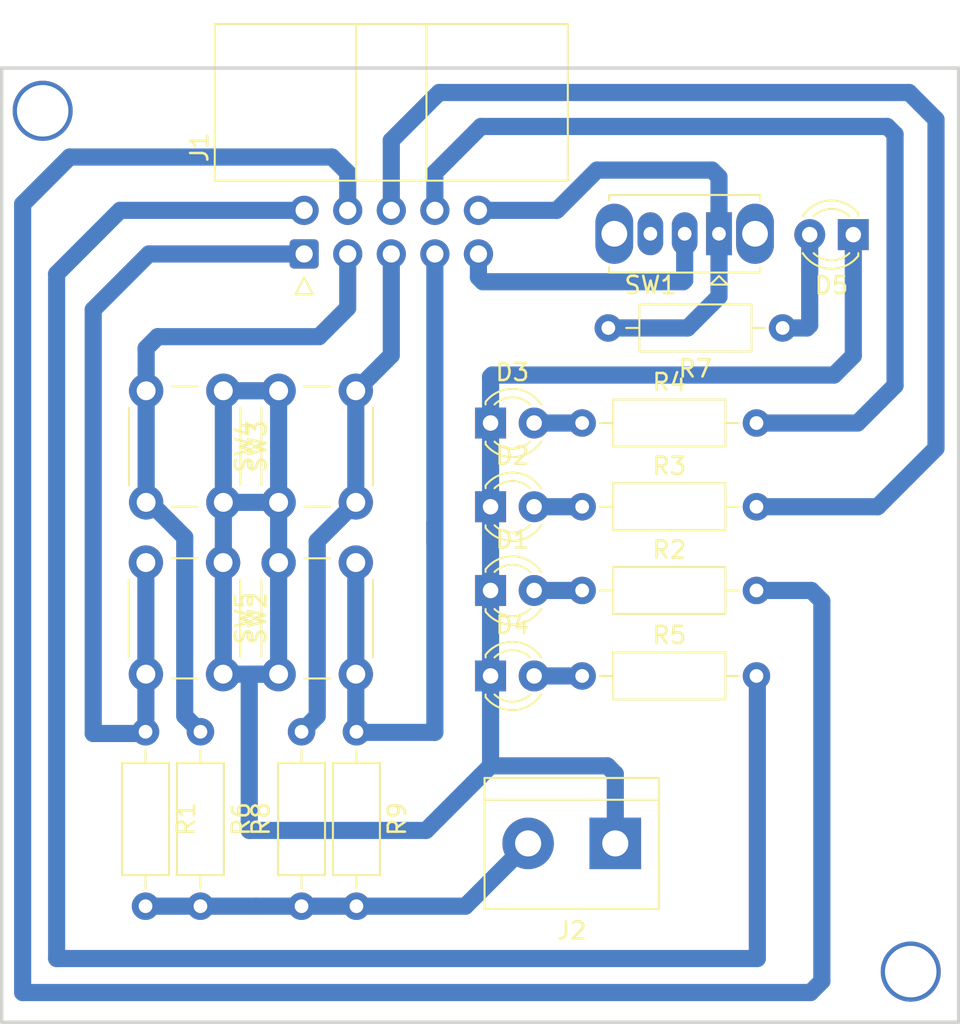
<source format=kicad_pcb>
(kicad_pcb (version 20211014) (generator pcbnew)
  (layers (0 "F.Cu" signal) (31 "B.Cu" signal) (34 "B.Paste" user) (35 "F.Paste" user) (36 "B.SilkS" user "B.Silkscreen") (37 "F.SilkS" user "F.Silkscreen") (38 "B.Mask" user) (39 "F.Mask" user) (44 "Edge.Cuts" user))
  (net 0 "")
  (net 1 "GND")
  (net 2 "Net-(D1-Pad2)")
  (net 3 "Net-(D2-Pad2)")
  (net 4 "Net-(D3-Pad2)")
  (net 5 "Net-(D4-Pad2)")
  (net 6 "Net-(D5-Pad2)")
  (net 7 "/5v")
  (net 8 "/B1")
  (net 9 "/L2")
  (net 10 "/L3")
  (net 11 "/L4")
  (net 12 "/L1")
  (net 13 "/B2")
  (net 14 "/E2")
  (net 15 "/B3")
  (net 16 "/B4")
  (net 17 "/E1")
  (footprint "Button_Switch_THT:SW_Slide_1P2T_CK_OS102011MS2Q" (layer "F.Cu") (at 64.516 29.5148 180)
    (fp_text reference "SW1" (at 3.99 -2.99) (layer "F.SilkS"))
    (fp_text value "SW_DPDT_x2")
    (fp_line (start 0 -2.46) (end 0.5 -2.96) (layer "F.SilkS") (width 0.12))
    (fp_line (start -2.41 -1.95) (end -2.41 -2.26) (layer "F.SilkS") (width 0.12))
    (fp_line (start 6.41 2.26) (end 6.41 1.95) (layer "F.SilkS") (width 0.12))
    (fp_line (start 0.5 -2.96) (end -0.5 -2.96) (layer "F.SilkS") (width 0.12))
    (fp_line (start 6.41 -2.26) (end 6.41 -1.95) (layer "F.SilkS") (width 0.12))
    (fp_line (start -0.5 -2.96) (end 0 -2.46) (layer "F.SilkS") (width 0.12))
    (fp_line (start 6.41 2.26) (end -2.41 2.26) (layer "F.SilkS") (width 0.12))
    (fp_line (start -2.41 -2.26) (end 6.41 -2.26) (layer "F.SilkS") (width 0.12))
    (fp_line (start -2.41 2.26) (end -2.41 1.95) (layer "F.SilkS") (width 0.12))
    (pad "" thru_hole oval (at -2.1 0 180) (size 2.2 3.5) (drill 1.5) (layers *.Cu *.Mask))
    (pad "" thru_hole oval (at 6.1 0 180) (size 2.2 3.5) (drill 1.5) (layers *.Cu *.Mask))
    (pad "1" thru_hole rect (at 0 0 180) (size 1.5 2.5) (drill 0.8) (layers *.Cu *.Mask) (net 14 "/E2"))
    (pad "2" thru_hole oval (at 2 0 180) (size 1.5 2.5) (drill 0.8) (layers *.Cu *.Mask) (net 17 "/E1"))
    (pad "3" thru_hole oval (at 4 0 180) (size 1.5 2.5) (drill 0.8) (layers *.Cu *.Mask))
  )
  (footprint "Resistor_THT:R_Axial_DIN0207_L6.3mm_D2.5mm_P10.16mm_Horizontal" (layer "F.Cu") (at 56.5404 45.4152)
    (fp_text reference "R3" (at 5.08 -2.37) (layer "F.SilkS"))
    (fp_text value "1000")
    (fp_line (start 1.81 1.37) (end 8.35 1.37) (layer "F.SilkS") (width 0.12))
    (fp_line (start 9.12 0) (end 8.35 0) (layer "F.SilkS") (width 0.12))
    (fp_line (start 8.35 1.37) (end 8.35 -1.37) (layer "F.SilkS") (width 0.12))
    (fp_line (start 8.35 -1.37) (end 1.81 -1.37) (layer "F.SilkS") (width 0.12))
    (fp_line (start 1.04 0) (end 1.81 0) (layer "F.SilkS") (width 0.12))
    (fp_line (start 1.81 -1.37) (end 1.81 1.37) (layer "F.SilkS") (width 0.12))
    (pad "1" thru_hole circle (at 0 0) (size 1.6 1.6) (drill 0.8) (layers *.Cu *.Mask) (net 3 "Net-(D2-Pad2)"))
    (pad "2" thru_hole oval (at 10.16 0) (size 1.6 1.6) (drill 0.8) (layers *.Cu *.Mask) (net 10 "/L3"))
  )
  (footprint "LED_THT:LED_D3.0mm" (layer "F.Cu") (at 51.2014 55.2704)
    (fp_text reference "D4" (at 1.27 -2.96) (layer "F.SilkS"))
    (fp_text value "LED")
    (fp_line (start -0.29 1.08) (end -0.29 1.236) (layer "F.SilkS") (width 0.12))
    (fp_line (start -0.29 -1.236) (end -0.29 -1.08) (layer "F.SilkS") (width 0.12))
    (fp_arc (start 2.942335 1.078608) (mid 1.366487 1.987659) (end -0.29 1.235516) (layer "F.SilkS") (width 0.12))
    (fp_arc (start -0.29 -1.235516) (mid 1.366487 -1.987659) (end 2.942335 -1.078608) (layer "F.SilkS") (width 0.12))
    (fp_arc (start 2.31113 1.079837) (mid 1.270117 1.5) (end 0.229039 1.08) (layer "F.SilkS") (width 0.12))
    (fp_arc (start 0.229039 -1.08) (mid 1.270117 -1.5) (end 2.31113 -1.079837) (layer "F.SilkS") (width 0.12))
    (pad "1" thru_hole rect (at 0 0) (size 1.8 1.8) (drill 0.9) (layers *.Cu *.Mask) (net 1 "GND"))
    (pad "2" thru_hole circle (at 2.54 0) (size 1.8 1.8) (drill 0.9) (layers *.Cu *.Mask) (net 5 "Net-(D4-Pad2)"))
  )
  (footprint "LED_THT:LED_D3.0mm" (layer "F.Cu") (at 51.2014 50.292)
    (fp_text reference "D1" (at 1.27 -2.96) (layer "F.SilkS"))
    (fp_text value "LED")
    (fp_line (start -0.29 1.08) (end -0.29 1.236) (layer "F.SilkS") (width 0.12))
    (fp_line (start -0.29 -1.236) (end -0.29 -1.08) (layer "F.SilkS") (width 0.12))
    (fp_arc (start 2.31113 1.079837) (mid 1.270117 1.5) (end 0.229039 1.08) (layer "F.SilkS") (width 0.12))
    (fp_arc (start 0.229039 -1.08) (mid 1.270117 -1.5) (end 2.31113 -1.079837) (layer "F.SilkS") (width 0.12))
    (fp_arc (start -0.29 -1.235516) (mid 1.366487 -1.987659) (end 2.942335 -1.078608) (layer "F.SilkS") (width 0.12))
    (fp_arc (start 2.942335 1.078608) (mid 1.366487 1.987659) (end -0.29 1.235516) (layer "F.SilkS") (width 0.12))
    (pad "1" thru_hole rect (at 0 0) (size 1.8 1.8) (drill 0.9) (layers *.Cu *.Mask) (net 1 "GND"))
    (pad "2" thru_hole circle (at 2.54 0) (size 1.8 1.8) (drill 0.9) (layers *.Cu *.Mask) (net 2 "Net-(D1-Pad2)"))
  )
  (footprint "TerminalBlock:TerminalBlock_bornier-2_P5.08mm" (layer "F.Cu") (at 58.4708 65.024 180)
    (fp_text reference "J2" (at 2.54 -5.08) (layer "F.SilkS"))
    (fp_text value "Screw_Terminal_01x02")
    (fp_line (start -2.54 -3.81) (end -2.54 3.81) (layer "F.SilkS") (width 0.12))
    (fp_line (start 7.62 -3.81) (end -2.54 -3.81) (layer "F.SilkS") (width 0.12))
    (fp_line (start 7.62 2.54) (end -2.54 2.54) (layer "F.SilkS") (width 0.12))
    (fp_line (start -2.54 3.81) (end 7.62 3.81) (layer "F.SilkS") (width 0.12))
    (fp_line (start 7.62 3.81) (end 7.62 -3.81) (layer "F.SilkS") (width 0.12))
    (pad "1" thru_hole rect (at 0 0 180) (size 3 3) (drill 1.52) (layers *.Cu *.Mask) (net 1 "GND"))
    (pad "2" thru_hole circle (at 5.08 0 180) (size 3 3) (drill 1.52) (layers *.Cu *.Mask) (net 7 "/5v"))
  )
  (footprint "Resistor_THT:R_Axial_DIN0207_L6.3mm_D2.5mm_P10.16mm_Horizontal" (layer "F.Cu") (at 40.1828 68.6816 90)
    (fp_text reference "R8" (at 5.08 -2.37 90) (layer "F.SilkS"))
    (fp_text value "R")
    (fp_line (start 8.35 1.37) (end 8.35 -1.37) (layer "F.SilkS") (width 0.12))
    (fp_line (start 9.12 0) (end 8.35 0) (layer "F.SilkS") (width 0.12))
    (fp_line (start 1.81 -1.37) (end 1.81 1.37) (layer "F.SilkS") (width 0.12))
    (fp_line (start 1.81 1.37) (end 8.35 1.37) (layer "F.SilkS") (width 0.12))
    (fp_line (start 1.04 0) (end 1.81 0) (layer "F.SilkS") (width 0.12))
    (fp_line (start 8.35 -1.37) (end 1.81 -1.37) (layer "F.SilkS") (width 0.12))
    (pad "1" thru_hole circle (at 0 0 90) (size 1.6 1.6) (drill 0.8) (layers *.Cu *.Mask) (net 7 "/5v"))
    (pad "2" thru_hole oval (at 10.16 0 90) (size 1.6 1.6) (drill 0.8) (layers *.Cu *.Mask) (net 15 "/B3"))
  )
  (footprint "Resistor_THT:R_Axial_DIN0207_L6.3mm_D2.5mm_P10.16mm_Horizontal" (layer "F.Cu") (at 56.5404 50.292)
    (fp_text reference "R2" (at 5.08 -2.37) (layer "F.SilkS"))
    (fp_text value "1000")
    (fp_line (start 1.81 1.37) (end 8.35 1.37) (layer "F.SilkS") (width 0.12))
    (fp_line (start 8.35 1.37) (end 8.35 -1.37) (layer "F.SilkS") (width 0.12))
    (fp_line (start 9.12 0) (end 8.35 0) (layer "F.SilkS") (width 0.12))
    (fp_line (start 1.04 0) (end 1.81 0) (layer "F.SilkS") (width 0.12))
    (fp_line (start 8.35 -1.37) (end 1.81 -1.37) (layer "F.SilkS") (width 0.12))
    (fp_line (start 1.81 -1.37) (end 1.81 1.37) (layer "F.SilkS") (width 0.12))
    (pad "1" thru_hole circle (at 0 0) (size 1.6 1.6) (drill 0.8) (layers *.Cu *.Mask) (net 2 "Net-(D1-Pad2)"))
    (pad "2" thru_hole oval (at 10.16 0) (size 1.6 1.6) (drill 0.8) (layers *.Cu *.Mask) (net 9 "/L2"))
  )
  (footprint "LED_THT:LED_D3.0mm" (layer "F.Cu") (at 51.2014 45.4152)
    (fp_text reference "D2" (at 1.27 -2.96) (layer "F.SilkS"))
    (fp_text value "LED")
    (fp_line (start -0.29 1.08) (end -0.29 1.236) (layer "F.SilkS") (width 0.12))
    (fp_line (start -0.29 -1.236) (end -0.29 -1.08) (layer "F.SilkS") (width 0.12))
    (fp_arc (start -0.29 -1.235516) (mid 1.366487 -1.987659) (end 2.942335 -1.078608) (layer "F.SilkS") (width 0.12))
    (fp_arc (start 0.229039 -1.08) (mid 1.270117 -1.5) (end 2.31113 -1.079837) (layer "F.SilkS") (width 0.12))
    (fp_arc (start 2.942335 1.078608) (mid 1.366487 1.987659) (end -0.29 1.235516) (layer "F.SilkS") (width 0.12))
    (fp_arc (start 2.31113 1.079837) (mid 1.270117 1.5) (end 0.229039 1.08) (layer "F.SilkS") (width 0.12))
    (pad "1" thru_hole rect (at 0 0) (size 1.8 1.8) (drill 0.9) (layers *.Cu *.Mask) (net 1 "GND"))
    (pad "2" thru_hole circle (at 2.54 0) (size 1.8 1.8) (drill 0.9) (layers *.Cu *.Mask) (net 3 "Net-(D2-Pad2)"))
  )
  (footprint "Resistor_THT:R_Axial_DIN0207_L6.3mm_D2.5mm_P10.16mm_Horizontal" (layer "F.Cu") (at 56.5404 55.2704)
    (fp_text reference "R5" (at 5.08 -2.37) (layer "F.SilkS"))
    (fp_text value "1000")
    (fp_line (start 1.81 1.37) (end 8.35 1.37) (layer "F.SilkS") (width 0.12))
    (fp_line (start 8.35 1.37) (end 8.35 -1.37) (layer "F.SilkS") (width 0.12))
    (fp_line (start 1.04 0) (end 1.81 0) (layer "F.SilkS") (width 0.12))
    (fp_line (start 1.81 -1.37) (end 1.81 1.37) (layer "F.SilkS") (width 0.12))
    (fp_line (start 9.12 0) (end 8.35 0) (layer "F.SilkS") (width 0.12))
    (fp_line (start 8.35 -1.37) (end 1.81 -1.37) (layer "F.SilkS") (width 0.12))
    (pad "1" thru_hole circle (at 0 0) (size 1.6 1.6) (drill 0.8) (layers *.Cu *.Mask) (net 5 "Net-(D4-Pad2)"))
    (pad "2" thru_hole oval (at 10.16 0) (size 1.6 1.6) (drill 0.8) (layers *.Cu *.Mask) (net 12 "/L1"))
  )
  (footprint "Resistor_THT:R_Axial_DIN0207_L6.3mm_D2.5mm_P10.16mm_Horizontal" (layer "F.Cu") (at 43.3832 58.5216 -90)
    (fp_text reference "R9" (at 5.08 -2.37 90) (layer "F.SilkS"))
    (fp_text value "R")
    (fp_line (start 9.12 0) (end 8.35 0) (layer "F.SilkS") (width 0.12))
    (fp_line (start 1.81 1.37) (end 8.35 1.37) (layer "F.SilkS") (width 0.12))
    (fp_line (start 1.81 -1.37) (end 1.81 1.37) (layer "F.SilkS") (width 0.12))
    (fp_line (start 8.35 -1.37) (end 1.81 -1.37) (layer "F.SilkS") (width 0.12))
    (fp_line (start 1.04 0) (end 1.81 0) (layer "F.SilkS") (width 0.12))
    (fp_line (start 8.35 1.37) (end 8.35 -1.37) (layer "F.SilkS") (width 0.12))
    (pad "1" thru_hole circle (at 0 0 270) (size 1.6 1.6) (drill 0.8) (layers *.Cu *.Mask) (net 16 "/B4"))
    (pad "2" thru_hole oval (at 10.16 0 270) (size 1.6 1.6) (drill 0.8) (layers *.Cu *.Mask) (net 7 "/5v"))
  )
  (footprint "Resistor_THT:R_Axial_DIN0207_L6.3mm_D2.5mm_P10.16mm_Horizontal" (layer "F.Cu") (at 56.5404 40.5384)
    (fp_text reference "R4" (at 5.08 -2.37) (layer "F.SilkS"))
    (fp_text value "1000")
    (fp_line (start 8.35 -1.37) (end 1.81 -1.37) (layer "F.SilkS") (width 0.12))
    (fp_line (start 1.04 0) (end 1.81 0) (layer "F.SilkS") (width 0.12))
    (fp_line (start 1.81 -1.37) (end 1.81 1.37) (layer "F.SilkS") (width 0.12))
    (fp_line (start 1.81 1.37) (end 8.35 1.37) (layer "F.SilkS") (width 0.12))
    (fp_line (start 9.12 0) (end 8.35 0) (layer "F.SilkS") (width 0.12))
    (fp_line (start 8.35 1.37) (end 8.35 -1.37) (layer "F.SilkS") (width 0.12))
    (pad "1" thru_hole circle (at 0 0) (size 1.6 1.6) (drill 0.8) (layers *.Cu *.Mask) (net 4 "Net-(D3-Pad2)"))
    (pad "2" thru_hole oval (at 10.16 0) (size 1.6 1.6) (drill 0.8) (layers *.Cu *.Mask) (net 11 "/L4"))
  )
  (footprint "Button_Switch_THT:SW_PUSH_6mm" (layer "F.Cu") (at 35.6108 48.6664 -90)
    (fp_text reference "SW2" (at 3.25 -2 90) (layer "F.SilkS"))
    (fp_text value "SW_Push")
    (fp_line (start 6.75 3) (end 6.75 1.5) (layer "F.SilkS") (width 0.12))
    (fp_line (start -0.25 1.5) (end -0.25 3) (layer "F.SilkS") (width 0.12))
    (fp_line (start 5.5 -1) (end 1 -1) (layer "F.SilkS") (width 0.12))
    (fp_line (start 1 5.5) (end 5.5 5.5) (layer "F.SilkS") (width 0.12))
    (pad "1" thru_hole circle (at 6.5 0) (size 2 2) (drill 1.1) (layers *.Cu *.Mask) (net 1 "GND"))
    (pad "1" thru_hole circle (at 0 0) (size 2 2) (drill 1.1) (layers *.Cu *.Mask) (net 1 "GND"))
    (pad "2" thru_hole circle (at 0 4.5) (size 2 2) (drill 1.1) (layers *.Cu *.Mask) (net 8 "/B1"))
    (pad "2" thru_hole circle (at 6.5 4.5) (size 2 2) (drill 1.1) (layers *.Cu *.Mask) (net 8 "/B1"))
  )
  (footprint "Resistor_THT:R_Axial_DIN0207_L6.3mm_D2.5mm_P10.16mm_Horizontal" (layer "F.Cu") (at 34.29 58.5216 -90)
    (fp_text reference "R6" (at 5.08 -2.37 90) (layer "F.SilkS"))
    (fp_text value "R")
    (fp_line (start 8.35 1.37) (end 8.35 -1.37) (layer "F.SilkS") (width 0.12))
    (fp_line (start 1.81 -1.37) (end 1.81 1.37) (layer "F.SilkS") (width 0.12))
    (fp_line (start 9.12 0) (end 8.35 0) (layer "F.SilkS") (width 0.12))
    (fp_line (start 1.81 1.37) (end 8.35 1.37) (layer "F.SilkS") (width 0.12))
    (fp_line (start 1.04 0) (end 1.81 0) (layer "F.SilkS") (width 0.12))
    (fp_line (start 8.35 -1.37) (end 1.81 -1.37) (layer "F.SilkS") (width 0.12))
    (pad "1" thru_hole circle (at 0 0 270) (size 1.6 1.6) (drill 0.8) (layers *.Cu *.Mask) (net 13 "/B2"))
    (pad "2" thru_hole oval (at 10.16 0 270) (size 1.6 1.6) (drill 0.8) (layers *.Cu *.Mask) (net 7 "/5v"))
  )
  (footprint "Button_Switch_THT:SW_PUSH_6mm" (layer "F.Cu") (at 38.8472 55.1676 90)
    (fp_text reference "SW5" (at 3.25 -2 90) (layer "F.SilkS"))
    (fp_text value "SW_Push")
    (fp_line (start 6.75 3) (end 6.75 1.5) (layer "F.SilkS") (width 0.12))
    (fp_line (start 1 5.5) (end 5.5 5.5) (layer "F.SilkS") (width 0.12))
    (fp_line (start -0.25 1.5) (end -0.25 3) (layer "F.SilkS") (width 0.12))
    (fp_line (start 5.5 -1) (end 1 -1) (layer "F.SilkS") (width 0.12))
    (pad "1" thru_hole circle (at 0 0 180) (size 2 2) (drill 1.1) (layers *.Cu *.Mask) (net 1 "GND"))
    (pad "1" thru_hole circle (at 6.5 0 180) (size 2 2) (drill 1.1) (layers *.Cu *.Mask) (net 1 "GND"))
    (pad "2" thru_hole circle (at 0 4.5 180) (size 2 2) (drill 1.1) (layers *.Cu *.Mask) (net 16 "/B4"))
    (pad "2" thru_hole circle (at 6.5 4.5 180) (size 2 2) (drill 1.1) (layers *.Cu *.Mask) (net 16 "/B4"))
  )
  (footprint "Resistor_THT:R_Axial_DIN0207_L6.3mm_D2.5mm_P10.16mm_Horizontal" (layer "F.Cu") (at 31.0896 58.5216 -90)
    (fp_text reference "R1" (at 5.08 -2.37 90) (layer "F.SilkS"))
    (fp_text value "R")
    (fp_line (start 1.81 -1.37) (end 1.81 1.37) (layer "F.SilkS") (width 0.12))
    (fp_line (start 8.35 -1.37) (end 1.81 -1.37) (layer "F.SilkS") (width 0.12))
    (fp_line (start 1.81 1.37) (end 8.35 1.37) (layer "F.SilkS") (width 0.12))
    (fp_line (start 1.04 0) (end 1.81 0) (layer "F.SilkS") (width 0.12))
    (fp_line (start 8.35 1.37) (end 8.35 -1.37) (layer "F.SilkS") (width 0.12))
    (fp_line (start 9.12 0) (end 8.35 0) (layer "F.SilkS") (width 0.12))
    (pad "1" thru_hole circle (at 0 0 270) (size 1.6 1.6) (drill 0.8) (layers *.Cu *.Mask) (net 8 "/B1"))
    (pad "2" thru_hole oval (at 10.16 0 270) (size 1.6 1.6) (drill 0.8) (layers *.Cu *.Mask) (net 7 "/5v"))
  )
  (footprint "Button_Switch_THT:SW_PUSH_6mm" (layer "F.Cu") (at 38.8472 45.16 90)
    (fp_text reference "SW4" (at 3.25 -2 90) (layer "F.SilkS"))
    (fp_text value "SW_Push")
    (fp_line (start 1 5.5) (end 5.5 5.5) (layer "F.SilkS") (width 0.12))
    (fp_line (start 6.75 3) (end 6.75 1.5) (layer "F.SilkS") (width 0.12))
    (fp_line (start 5.5 -1) (end 1 -1) (layer "F.SilkS") (width 0.12))
    (fp_line (start -0.25 1.5) (end -0.25 3) (layer "F.SilkS") (width 0.12))
    (pad "1" thru_hole circle (at 0 0 180) (size 2 2) (drill 1.1) (layers *.Cu *.Mask) (net 1 "GND"))
    (pad "1" thru_hole circle (at 6.5 0 180) (size 2 2) (drill 1.1) (layers *.Cu *.Mask) (net 1 "GND"))
    (pad "2" thru_hole circle (at 6.5 4.5 180) (size 2 2) (drill 1.1) (layers *.Cu *.Mask) (net 15 "/B3"))
    (pad "2" thru_hole circle (at 0 4.5 180) (size 2 2) (drill 1.1) (layers *.Cu *.Mask) (net 15 "/B3"))
  )
  (footprint "Button_Switch_THT:SW_PUSH_6mm" (layer "F.Cu") (at 35.6256 38.66 -90)
    (fp_text reference "SW3" (at 3.25 -2 90) (layer "F.SilkS"))
    (fp_text value "SW_Push")
    (fp_line (start 6.75 3) (end 6.75 1.5) (layer "F.SilkS") (width 0.12))
    (fp_line (start -0.25 1.5) (end -0.25 3) (layer "F.SilkS") (width 0.12))
    (fp_line (start 5.5 -1) (end 1 -1) (layer "F.SilkS") (width 0.12))
    (fp_line (start 1 5.5) (end 5.5 5.5) (layer "F.SilkS") (width 0.12))
    (pad "1" thru_hole circle (at 0 0) (size 2 2) (drill 1.1) (layers *.Cu *.Mask) (net 1 "GND"))
    (pad "1" thru_hole circle (at 6.5 0) (size 2 2) (drill 1.1) (layers *.Cu *.Mask) (net 1 "GND"))
    (pad "2" thru_hole circle (at 0 4.5) (size 2 2) (drill 1.1) (layers *.Cu *.Mask) (net 13 "/B2"))
    (pad "2" thru_hole circle (at 6.5 4.5) (size 2 2) (drill 1.1) (layers *.Cu *.Mask) (net 13 "/B2"))
  )
  (footprint "LED_THT:LED_D3.0mm" (layer "F.Cu") (at 72.3442 29.5656 180)
    (fp_text reference "D5" (at 1.27 -2.96) (layer "F.SilkS"))
    (fp_text value "LED")
    (fp_line (start -0.29 -1.236) (end -0.29 -1.08) (layer "F.SilkS") (width 0.12))
    (fp_line (start -0.29 1.08) (end -0.29 1.236) (layer "F.SilkS") (width 0.12))
    (fp_arc (start 0.229039 -1.08) (mid 1.270117 -1.5) (end 2.31113 -1.079837) (layer "F.SilkS") (width 0.12))
    (fp_arc (start -0.29 -1.235516) (mid 1.366487 -1.987659) (end 2.942335 -1.078608) (layer "F.SilkS") (width 0.12))
    (fp_arc (start 2.31113 1.079837) (mid 1.270117 1.5) (end 0.229039 1.08) (layer "F.SilkS") (width 0.12))
    (fp_arc (start 2.942335 1.078608) (mid 1.366487 1.987659) (end -0.29 1.235516) (layer "F.SilkS") (width 0.12))
    (pad "1" thru_hole rect (at 0 0 180) (size 1.8 1.8) (drill 0.9) (layers *.Cu *.Mask) (net 1 "GND"))
    (pad "2" thru_hole circle (at 2.54 0 180) (size 1.8 1.8) (drill 0.9) (layers *.Cu *.Mask) (net 6 "Net-(D5-Pad2)"))
  )
  (footprint "LED_THT:LED_D3.0mm" (layer "F.Cu") (at 51.2014 40.5384)
    (fp_text reference "D3" (at 1.27 -2.96) (layer "F.SilkS"))
    (fp_text value "LED")
    (fp_line (start -0.29 -1.236) (end -0.29 -1.08) (layer "F.SilkS") (width 0.12))
    (fp_line (start -0.29 1.08) (end -0.29 1.236) (layer "F.SilkS") (width 0.12))
    (fp_arc (start 2.31113 1.079837) (mid 1.270117 1.5) (end 0.229039 1.08) (layer "F.SilkS") (width 0.12))
    (fp_arc (start 0.229039 -1.08) (mid 1.270117 -1.5) (end 2.31113 -1.079837) (layer "F.SilkS") (width 0.12))
    (fp_arc (start -0.29 -1.235516) (mid 1.366487 -1.987659) (end 2.942335 -1.078608) (layer "F.SilkS") (width 0.12))
    (fp_arc (start 2.942335 1.078608) (mid 1.366487 1.987659) (end -0.29 1.235516) (layer "F.SilkS") (width 0.12))
    (pad "1" thru_hole rect (at 0 0) (size 1.8 1.8) (drill 0.9) (layers *.Cu *.Mask) (net 1 "GND"))
    (pad "2" thru_hole circle (at 2.54 0) (size 1.8 1.8) (drill 0.9) (layers *.Cu *.Mask) (net 4 "Net-(D3-Pad2)"))
  )
  (footprint "Resistor_THT:R_Axial_DIN0207_L6.3mm_D2.5mm_P10.16mm_Horizontal" (layer "F.Cu") (at 68.2244 35.0012 180)
    (fp_text reference "R7" (at 5.08 -2.37) (layer "F.SilkS"))
    (fp_text value "1000")
    (fp_line (start 1.81 1.37) (end 8.35 1.37) (layer "F.SilkS") (width 0.12))
    (fp_line (start 8.35 -1.37) (end 1.81 -1.37) (layer "F.SilkS") (width 0.12))
    (fp_line (start 9.12 0) (end 8.35 0) (layer "F.SilkS") (width 0.12))
    (fp_line (start 1.04 0) (end 1.81 0) (layer "F.SilkS") (width 0.12))
    (fp_line (start 8.35 1.37) (end 8.35 -1.37) (layer "F.SilkS") (width 0.12))
    (fp_line (start 1.81 -1.37) (end 1.81 1.37) (layer "F.SilkS") (width 0.12))
    (pad "1" thru_hole circle (at 0 0 180) (size 1.6 1.6) (drill 0.8) (layers *.Cu *.Mask) (net 6 "Net-(D5-Pad2)"))
    (pad "2" thru_hole oval (at 10.16 0 180) (size 1.6 1.6) (drill 0.8) (layers *.Cu *.Mask) (net 14 "/E2"))
  )
  (footprint "Connector_IDC:IDC-Header_2x05_P2.54mm_Horizontal" (layer "F.Cu") (at 40.3352 30.6911 90)
    (fp_text reference "J1" (at 6.215 -6.1 90) (layer "F.SilkS"))
    (fp_text value "Conn_02x05_Odd_Even")
    (fp_line (start 13.39 -5.21) (end 13.39 15.37) (layer "F.SilkS") (width 0.12))
    (fp_line (start -1.35 0) (end -2.35 -0.5) (layer "F.SilkS") (width 0.12))
    (fp_line (start 13.39 15.37) (end 4.27 15.37) (layer "F.SilkS") (width 0.12))
    (fp_line (start 4.27 7.13) (end 13.39 7.13) (layer "F.SilkS") (width 0.12))
    (fp_line (start 4.27 -5.21) (end 13.39 -5.21) (layer "F.SilkS") (width 0.12))
    (fp_line (start -2.35 -0.5) (end -2.35 0.5) (layer "F.SilkS") (width 0.12))
    (fp_line (start -2.35 0.5) (end -1.35 0) (layer "F.SilkS") (width 0.12))
    (fp_line (start 4.27 15.37) (end 4.27 -5.21) (layer "F.SilkS") (width 0.12))
    (fp_line (start 4.27 3.03) (end 13.39 3.03) (layer "F.SilkS") (width 0.12))
    (pad "1" thru_hole roundrect (at 0 0 90) (size 1.7 1.7) (drill 1) (layers *.Cu *.Mask) (roundrect_rratio 0.147059) (net 8 "/B1"))
    (pad "2" thru_hole circle (at 2.54 0 90) (size 1.7 1.7) (drill 1) (layers *.Cu *.Mask) (net 12 "/L1"))
    (pad "3" thru_hole circle (at 0 2.54 90) (size 1.7 1.7) (drill 1) (layers *.Cu *.Mask) (net 13 "/B2"))
    (pad "4" thru_hole circle (at 2.54 2.54 90) (size 1.7 1.7) (drill 1) (layers *.Cu *.Mask) (net 9 "/L2"))
    (pad "5" thru_hole circle (at 0 5.08 90) (size 1.7 1.7) (drill 1) (layers *.Cu *.Mask) (net 15 "/B3"))
    (pad "6" thru_hole circle (at 2.54 5.08 90) (size 1.7 1.7) (drill 1) (layers *.Cu *.Mask) (net 10 "/L3"))
    (pad "7" thru_hole circle (at 0 7.62 90) (size 1.7 1.7) (drill 1) (layers *.Cu *.Mask) (net 16 "/B4"))
    (pad "8" thru_hole circle (at 2.54 7.62 90) (size 1.7 1.7) (drill 1) (layers *.Cu *.Mask) (net 11 "/L4"))
    (pad "9" thru_hole circle (at 0 10.16 90) (size 1.7 1.7) (drill 1) (layers *.Cu *.Mask) (net 17 "/E1"))
    (pad "10" thru_hole circle (at 2.54 10.16 90) (size 1.7 1.7) (drill 1) (layers *.Cu *.Mask) (net 14 "/E2"))
  )
  (gr_rect (start 22.7076 19.8628) (end 78.486 75.438) (layer "Edge.Cuts") (width 0.2) (fill none))
  (via (at 75.692 72.4916) (size 3.5) (drill 3) (layers "F.Cu" "B.Cu") (net 0))
  (via (at 25.0952 22.352) (size 3.5) (drill 3) (layers "F.Cu" "B.Cu") (net 0))
  (segment (start 35.5092 55.1664) (end 35.4076 55.0648) (width 1) (layer "B.Cu") (net 1))
  (segment (start 38.8472 55.1676) (end 35.612 55.1676) (width 1) (layer "B.Cu") (net 1))
  (segment (start 58.4708 60.97) (end 58.4708 65.024) (width 1) (layer "B.Cu") (net 1))
  (segment (start 58.0086 60.5078) (end 58.4708 60.97) (width 1) (layer "B.Cu") (net 1))
  (segment (start 37.1348 55.2704) (end 37.2376 55.1676) (width 1) (layer "B.Cu") (net 1))
  (segment (start 51.2014 60.5078) (end 51.2014 55.2704) (width 1) (layer "B.Cu") (net 1))
  (segment (start 35.6256 38.66) (end 38.8472 38.66) (width 1) (layer "B.Cu") (net 1))
  (segment (start 35.6256 45.16) (end 38.8472 45.16) (width 1) (layer "B.Cu") (net 1))
  (segment (start 35.6256 45.16) (end 35.6256 55.1516) (width 1) (layer "B.Cu") (net 1))
  (segment (start 51.2014 55.2704) (end 51.2014 40.5384) (width 1) (layer "B.Cu") (net 1))
  (segment (start 37.2376 55.1676) (end 38.8472 55.1676) (width 1) (layer "B.Cu") (net 1))
  (segment (start 72.3442 29.5656) (end 72.3442 36.6218) (width 1) (layer "B.Cu") (net 1))
  (segment (start 72.3442 36.6218) (end 71.2216 37.7444) (width 1) (layer "B.Cu") (net 1))
  (segment (start 51.2014 60.5078) (end 58.0086 60.5078) (width 1) (layer "B.Cu") (net 1))
  (segment (start 51.298 37.7444) (end 51.2014 37.841) (width 1) (layer "B.Cu") (net 1))
  (segment (start 71.2216 37.7444) (end 51.298 37.7444) (width 1) (layer "B.Cu") (net 1))
  (segment (start 38.8472 45.16) (end 38.8472 38.66) (width 1) (layer "B.Cu") (net 1))
  (segment (start 37.1348 64.267) (end 47.4422 64.267) (width 1) (layer "B.Cu") (net 1))
  (segment (start 51.2014 37.841) (end 51.2014 40.5384) (width 1) (layer "B.Cu") (net 1))
  (segment (start 37.1348 64.267) (end 37.1348 55.2704) (width 1) (layer "B.Cu") (net 1))
  (segment (start 35.6256 45.16) (end 35.6256 38.66) (width 1) (layer "B.Cu") (net 1))
  (segment (start 35.6256 55.1516) (end 35.6108 55.1664) (width 1) (layer "B.Cu") (net 1))
  (segment (start 35.612 55.1676) (end 35.6108 55.1664) (width 1) (layer "B.Cu") (net 1))
  (segment (start 47.4422 64.267) (end 51.2014 60.5078) (width 1) (layer "B.Cu") (net 1))
  (segment (start 38.8472 45.16) (end 38.8472 55.1676) (width 1) (layer "B.Cu") (net 1))
  (segment (start 53.7414 50.292) (end 56.5404 50.292) (width 1) (layer "B.Cu") (net 2))
  (segment (start 53.7414 45.4152) (end 56.5404 45.4152) (width 1) (layer "B.Cu") (net 3))
  (segment (start 56.5404 40.5384) (end 53.7414 40.5384) (width 1) (layer "B.Cu") (net 4))
  (segment (start 53.7414 55.2704) (end 56.5404 55.2704) (width 1) (layer "B.Cu") (net 5))
  (segment (start 69.6468 35.0012) (end 69.8042 34.8438) (width 1) (layer "B.Cu") (net 6))
  (segment (start 68.2244 35.0012) (end 69.6468 35.0012) (width 1) (layer "B.Cu") (net 6))
  (segment (start 69.8042 34.8438) (end 69.8042 29.5656) (width 1) (layer "B.Cu") (net 6))
  (segment (start 49.7332 68.6816) (end 43.3832 68.6816) (width 1) (layer "B.Cu") (net 7))
  (segment (start 53.3908 65.024) (end 49.7332 68.6816) (width 1) (layer "B.Cu") (net 7))
  (segment (start 43.3832 68.6816) (end 37.5412 68.6816) (width 1) (layer "B.Cu") (net 7))
  (segment (start 37.5412 68.6816) (end 31.0896 68.6816) (width 1) (layer "B.Cu") (net 7))
  (segment (start 31.1108 48.6664) (end 31.1108 55.1664) (width 1) (layer "B.Cu") (net 8))
  (segment (start 28.0416 33.9344) (end 31.2849 30.6911) (width 1) (layer "B.Cu") (net 8))
  (segment (start 31.1912 58.6232) (end 28.0416 58.6232) (width 1) (layer "B.Cu") (net 8))
  (segment (start 31.1108 58.5428) (end 31.1912 58.6232) (width 1) (layer "B.Cu") (net 8))
  (segment (start 28.0416 58.6232) (end 28.0416 33.9344) (width 1) (layer "B.Cu") (net 8))
  (segment (start 31.1108 55.1664) (end 31.1108 58.5428) (width 1) (layer "B.Cu") (net 8))
  (segment (start 31.2849 30.6911) (end 40.3352 30.6911) (width 1) (layer "B.Cu") (net 8))
  (segment (start 23.9268 73.7108) (end 23.9268 27.7876) (width 1) (layer "B.Cu") (net 9))
  (segment (start 42.8752 25.9588) (end 42.8752 28.1511) (width 1) (layer "B.Cu") (net 9))
  (segment (start 66.7004 50.292) (end 69.9008 50.292) (width 1) (layer "B.Cu") (net 9))
  (segment (start 70.5104 73.0504) (end 69.85 73.7108) (width 1) (layer "B.Cu") (net 9))
  (segment (start 23.9268 27.7876) (end 26.67 25.0444) (width 1) (layer "B.Cu") (net 9))
  (segment (start 41.9608 25.0444) (end 42.8752 25.9588) (width 1) (layer "B.Cu") (net 9))
  (segment (start 69.85 73.7108) (end 23.9268 73.7108) (width 1) (layer "B.Cu") (net 9))
  (segment (start 70.5104 50.9016) (end 70.5104 73.0504) (width 1) (layer "B.Cu") (net 9))
  (segment (start 69.9008 50.292) (end 70.5104 50.9016) (width 1) (layer "B.Cu") (net 9))
  (segment (start 26.67 25.0444) (end 41.9608 25.0444) (width 1) (layer "B.Cu") (net 9))
  (segment (start 73.7616 45.4152) (end 66.7004 45.4152) (width 1) (layer "B.Cu") (net 10))
  (segment (start 75.5904 21.2852) (end 77.1652 22.86) (width 1) (layer "B.Cu") (net 10))
  (segment (start 45.4152 28.1511) (end 45.4152 24.0792) (width 1) (layer "B.Cu") (net 10))
  (segment (start 77.1652 22.86) (end 77.1652 42.0116) (width 1) (layer "B.Cu") (net 10))
  (segment (start 48.2092 21.2852) (end 75.5904 21.2852) (width 1) (layer "B.Cu") (net 10))
  (segment (start 77.1652 42.0116) (end 73.7616 45.4152) (width 1) (layer "B.Cu") (net 10))
  (segment (start 45.4152 24.0792) (end 48.2092 21.2852) (width 1) (layer "B.Cu") (net 10))
  (segment (start 50.6476 23.2664) (end 47.9552 25.9588) (width 1) (layer "B.Cu") (net 11))
  (segment (start 47.9552 25.9588) (end 47.9552 28.1511) (width 1) (layer "B.Cu") (net 11))
  (segment (start 66.7004 40.5384) (end 72.5932 40.5384) (width 1) (layer "B.Cu") (net 11))
  (segment (start 72.5932 40.5384) (end 74.7776 38.354) (width 1) (layer "B.Cu") (net 11))
  (segment (start 74.3204 23.2664) (end 50.6476 23.2664) (width 1) (layer "B.Cu") (net 11))
  (segment (start 74.7776 23.7236) (end 74.3204 23.2664) (width 1) (layer "B.Cu") (net 11))
  (segment (start 74.7776 38.354) (end 74.7776 23.7236) (width 1) (layer "B.Cu") (net 11))
  (segment (start 25.908 71.7296) (end 25.908 31.8516) (width 1) (layer "B.Cu") (net 12))
  (segment (start 66.7004 55.2704) (end 66.7512 55.3212) (width 1) (layer "B.Cu") (net 12))
  (segment (start 25.908 31.8516) (end 29.6085 28.1511) (width 1) (layer "B.Cu") (net 12))
  (segment (start 66.7512 55.3212) (end 66.7512 71.7296) (width 1) (layer "B.Cu") (net 12))
  (segment (start 29.6085 28.1511) (end 40.3352 28.1511) (width 1) (layer "B.Cu") (net 12))
  (segment (start 66.7512 71.7296) (end 25.908 71.7296) (width 1) (layer "B.Cu") (net 12))
  (segment (start 31.1256 36.1844) (end 31.8008 35.5092) (width 1) (layer "B.Cu") (net 13))
  (segment (start 42.8752 33.8328) (end 41.1988 35.5092) (width 1) (layer "B.Cu") (net 13))
  (segment (start 34.3916 58.6232) (end 33.3756 57.6072) (width 1) (layer "B.Cu") (net 13))
  (segment (start 31.3424 45.16) (end 31.1256 45.16) (width 1) (layer "B.Cu") (net 13))
  (segment (start 31.1256 38.66) (end 31.1256 36.1844) (width 1) (layer "B.Cu") (net 13))
  (segment (start 31.1256 45.16) (end 31.1256 38.66) (width 1) (layer "B.Cu") (net 13))
  (segment (start 41.1988 35.5092) (end 31.8008 35.5092) (width 1) (layer "B.Cu") (net 13))
  (segment (start 33.3756 57.6072) (end 33.3756 47.1932) (width 1) (layer "B.Cu") (net 13))
  (segment (start 33.3756 47.1932) (end 31.3424 45.16) (width 1) (layer "B.Cu") (net 13))
  (segment (start 42.8752 30.6911) (end 42.8752 33.8328) (width 1) (layer "B.Cu") (net 13))
  (segment (start 64.516 33.1724) (end 64.516 29.5148) (width 1) (layer "B.Cu") (net 14))
  (segment (start 64.1096 25.8064) (end 57.404 25.8064) (width 1) (layer "B.Cu") (net 14))
  (segment (start 58.0644 35.0012) (end 62.6872 35.0012) (width 1) (layer "B.Cu") (net 14))
  (segment (start 62.6872 35.0012) (end 64.516 33.1724) (width 1) (layer "B.Cu") (net 14))
  (segment (start 55.0593 28.1511) (end 50.4952 28.1511) (width 1) (layer "B.Cu") (net 14))
  (segment (start 64.516 26.2128) (end 64.1096 25.8064) (width 1) (layer "B.Cu") (net 14))
  (segment (start 64.516 29.5148) (end 64.516 26.2128) (width 1) (layer "B.Cu") (net 14))
  (segment (start 57.404 25.8064) (end 55.0593 28.1511) (width 1) (layer "B.Cu") (net 14))
  (segment (start 43.3472 45.16) (end 43.3472 38.66) (width 1) (layer "B.Cu") (net 15))
  (segment (start 43.3484 38.6588) (end 43.3472 38.66) (width 1) (layer "B.Cu") (net 15))
  (segment (start 41.0972 57.6072) (end 41.0972 47.41) (width 1) (layer "B.Cu") (net 15))
  (segment (start 40.1828 58.5216) (end 41.0972 57.6072) (width 1) (layer "B.Cu") (net 15))
  (segment (start 41.0972 47.41) (end 43.3472 45.16) (width 1) (layer "B.Cu") (net 15))
  (segment (start 43.3472 38.66) (end 45.4152 36.592) (width 1) (layer "B.Cu") (net 15))
  (segment (start 45.4152 36.592) (end 45.4152 30.6911) (width 1) (layer "B.Cu") (net 15))
  (segment (start 43.3472 55.1676) (end 43.3472 58.5576) (width 1) (layer "B.Cu") (net 16))
  (segment (start 43.3472 58.5576) (end 47.9552 58.5576) (width 1) (layer "B.Cu") (net 16))
  (segment (start 47.9552 58.5576) (end 47.9552 46.3804) (width 1) (layer "B.Cu") (net 16))
  (segment (start 43.3472 55.1676) (end 43.3472 48.6676) (width 1) (layer "B.Cu") (net 16))
  (segment (start 43.3472 58.5576) (end 43.3832 58.5216) (width 1) (layer "B.Cu") (net 16))
  (segment (start 47.9552 46.3804) (end 47.9552 30.6911) (width 1) (layer "B.Cu") (net 16))
  (segment (start 47.9552 47.5488) (end 47.9552 46.3804) (width 1) (layer "B.Cu") (net 16))
  (segment (start 62.516 32.226) (end 62.4332 32.3088) (width 1) (layer "B.Cu") (net 17))
  (segment (start 62.4332 32.3088) (end 50.7492 32.3088) (width 1) (layer "B.Cu") (net 17))
  (segment (start 50.4952 32.0548) (end 50.4952 30.6911) (width 1) (layer "B.Cu") (net 17))
  (segment (start 62.516 29.5148) (end 62.516 32.226) (width 1) (layer "B.Cu") (net 17))
  (segment (start 50.7492 32.3088) (end 50.4952 32.0548) (width 1) (layer "B.Cu") (net 17))
)
</source>
